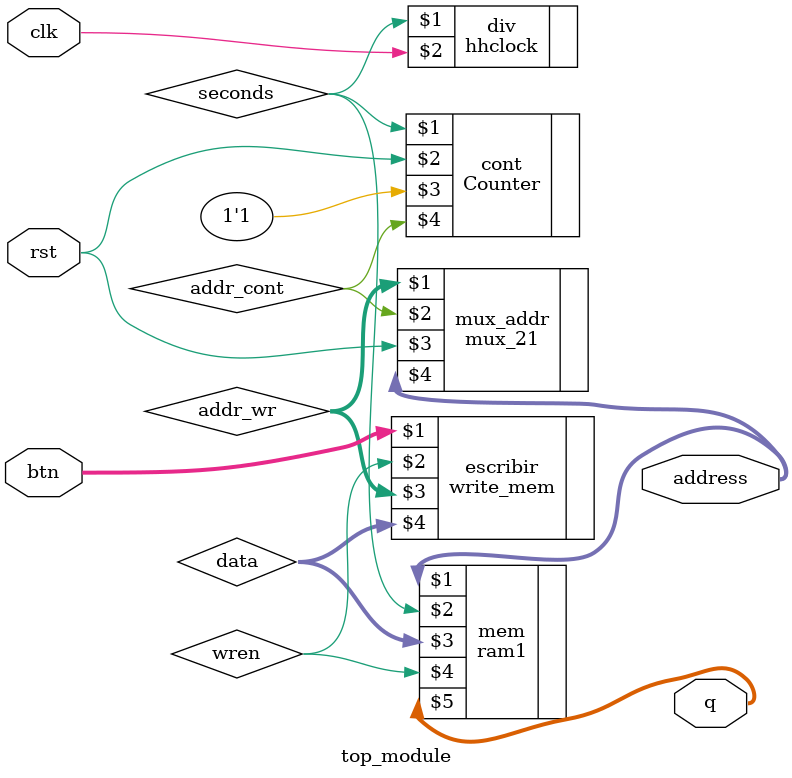
<source format=sv>
module top_module(
		input logic clk, rst,
		input logic [2:0] btn,
		output [7:0] q, //salida de memoria
		output [7:0] address
);

logic wren, seconds;

logic [7:0] data, addr_wr, add_cont;

ram1 mem(address, seconds, data, wren, q);
Counter cont(seconds, rst, 1'b1, addr_cont);
hhclock div(seconds, clk);
write_mem escribir(btn, wren, addr_wr, data);
mux_21 mux_addr(addr_wr, addr_cont, rst, address);

endmodule
</source>
